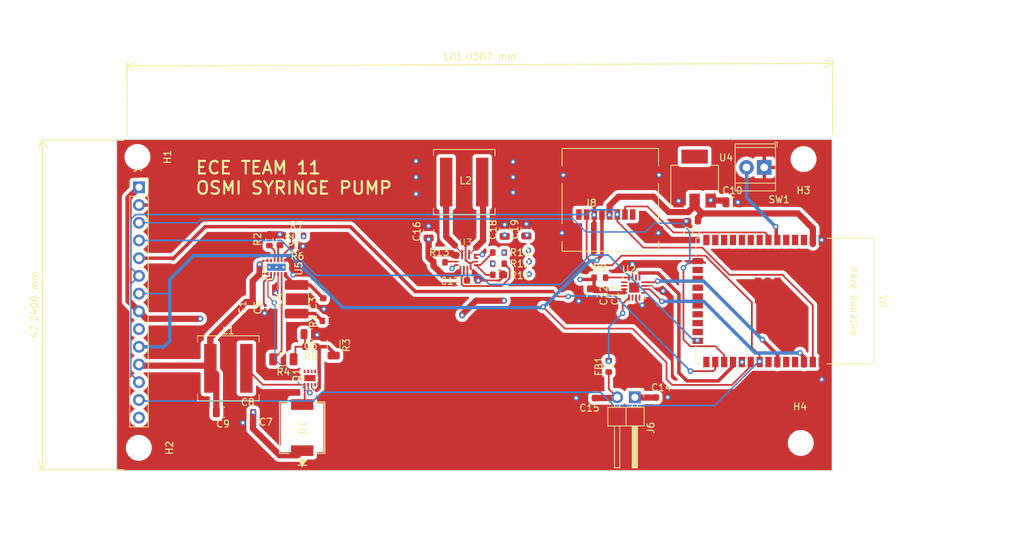
<source format=kicad_pcb>
(kicad_pcb (version 20221018) (generator pcbnew)
  (layers (0 "F.Cu" mixed) (1 "In1.Cu" power) (2 "In2.Cu" power) (31 "B.Cu" signal) (34 "B.Paste" user) (35 "F.Paste" user) (36 "B.SilkS" user "B.Silkscreen") (37 "F.SilkS" user "F.Silkscreen") (38 "B.Mask" user) (39 "F.Mask" user) (44 "Edge.Cuts" user))
  (net 0 "")
  (net 1 "GND")
  (net 2 "+5V")
  (net 3 "Net-(U5-SS)")
  (net 4 "Net-(U5-COMP)")
  (net 5 "Net-(C4-Pad1)")
  (net 6 "Net-(U5-VCC)")
  (net 7 "Net-(C6-Pad2)")
  (net 8 "+12V")
  (net 9 "Net-(J6-Pin_1)")
  (net 10 "Net-(J6-Pin_2)")
  (net 11 "/Power/V_in")
  (net 12 "Net-(U3-VAUX)")
  (net 13 "Net-(D1-A)")
  (net 14 "Net-(U2-OUTP)")
  (net 15 "Net-(U2-OUTN)")
  (net 16 "+3.3V")
  (net 17 "/JTAG_TMS")
  (net 18 "/JTAG_TCK")
  (net 19 "/JTAG_TDO")
  (net 20 "/JTAG_TDI")
  (net 21 "/SCLK")
  (net 22 "/CIPO")
  (net 23 "/COPI")
  (net 24 "/C1_PWM")
  (net 25 "/C1_CS")
  (net 26 "/IO33")
  (net 27 "/IO32")
  (net 28 "/C1_Limit")
  (net 32 "/SD_CS")
  (net 33 "/ESP_EN")
  (net 35 "Net-(U3-L1)")
  (net 36 "Net-(U3-L2)")
  (net 37 "Net-(Q1-G)")
  (net 38 "Net-(Q1-S)")
  (net 39 "Net-(U5-RT)")
  (net 40 "Net-(U5-CS)")
  (net 41 "Net-(U5-FB)")
  (net 42 "Net-(U3-FB)")
  (net 43 "/ESTOP")
  (net 44 "/ESP_IO0_B")
  (net 45 "/TXD")
  (net 46 "/RXD")
  (net 49 "/Display_RST")
  (net 50 "/Display_DC")
  (net 51 "/Display_CS")
  (net 52 "/IO17")
  (net 53 "/IO21")
  (net 54 "/IO22")
  (net 56 "Net-(U3-PG)")
  (net 57 "Net-(U3-EN)")
  (net 59 "/SD_MODE")
  (footprint "Resistor_SMD:R_0603_1608Metric" (layer "F.Cu") (at 110.9 105 180)
    (fp_text reference "R1")
    (fp_text value "3.3k")
  )
  (footprint "MountingHole:MountingHole_3.2mm_M3" (layer "F.Cu") (at 178.6 122.5)
    (fp_text reference "H4")
    (fp_text value "MountingHole")
  )
  (footprint "Capacitor_SMD:C_0603_1608Metric" (layer "F.Cu") (at 99.4 118.1)
    (fp_text reference "C8")
    (fp_text value "1uF")
  )
  (footprint "Capacitor_SMD:C_0603_1608Metric" (layer "F.Cu") (at 131.575 99.2)
    (fp_text reference "C17")
    (fp_text value "100nF")
  )
  (footprint "Inductor_SMD:L_Coilcraft_XAL8050-223" (layer "F.Cu") (at 96.62 111.8)
    (fp_text reference "L1")
    (fp_text value "2.2uH")
  )
  (footprint "Resistor_SMD:R_0603_1608Metric" (layer "F.Cu") (at 135.3 96.8)
    (fp_text reference "R12")
    (fp_text value "100k")
  )
  (footprint "Resistor_SMD:R_0603_1608Metric" (layer "F.Cu") (at 108.425 108.7 180)
    (fp_text reference "R5")
    (fp_text value "100")
  )
  (footprint "Capacitor_SMD:C_0603_1608Metric" (layer "F.Cu") (at 110.2 102.525 90)
    (fp_text reference "C3")
    (fp_text value "6.8nF")
  )
  (footprint "Capacitor_SMD:C_0603_1608Metric" (layer "F.Cu") (at 99.375 119.6)
    (fp_text reference "C7")
    (fp_text value "22uF")
  )
  (footprint "Package_DFN_QFN:QFN-16-1EP_3x3mm_P0.5mm_EP1.45x1.45mm" (layer "F.Cu") (at 154.75 100.219746 -90)
    (fp_text reference "U2")
    (fp_text value "~")
  )
  (footprint "Package_TO_SOT_SMD:SOT-223" (layer "F.Cu") (at 163.4 84.6 90)
    (fp_text reference "U4")
    (fp_text value "AMS1117-3.3")
  )
  (footprint "Connector_Card:microSD_HC_Molex_47219-2001" (layer "F.Cu") (at 151.325 87.65 180)
    (fp_text reference "J8")
    (fp_text value "Micro_SD_Card")
  )
  (footprint "SL42_E3_57T:CR_2-E3&slash_57T_VIS" (layer "F.Cu") (at 107.2 120.3 90)
    (fp_text reference "D1")
    (fp_text value "D_Schottky")
  )
  (footprint "Inductor_SMD:L_Coilcraft_XAL8050-223" (layer "F.Cu") (at 130.4 85.1)
    (fp_text reference "L2")
    (fp_text value "L")
  )
  (footprint "Connector_PinSocket_2.54mm:PinSocket_1x14_P2.54mm_Vertical" (layer "F.Cu") (at 83.82 85.852)
    (fp_text reference "J7")
    (fp_text value "Display Socket")
  )
  (footprint "Capacitor_SMD:C_0805_2012Metric" (layer "F.Cu") (at 136.2 91.925 90)
    (fp_text reference "C18")
    (fp_text value "10uF")
  )
  (footprint "Connector_PinHeader_2.54mm:PinHeader_1x02_P2.54mm_Horizontal" (layer "F.Cu") (at 154.84 115.957246 -90)
    (fp_text reference "J6")
    (fp_text value "Conn_01x02_Pin")
  )
  (footprint "Capacitor_SMD:C_0603_1608Metric" (layer "F.Cu") (at 150.6 101.332246 -90)
    (fp_text reference "C13")
    (fp_text value "0.1uF")
  )
  (footprint "Resistor_SMD:R_0603_1608Metric" (layer "F.Cu") (at 106.575 92.8)
    (fp_text reference "R7")
    (fp_text value "27.4")
  )
  (footprint "Package_SON:WSON-8-1EP_2x2mm_P0.5mm_EP0.9x1.6mm" (layer "F.Cu") (at 108.3 113.2 90)
    (fp_text reference "Q1")
    (fp_text value "NMOS")
  )
  (footprint "Capacitor_SMD:C_0603_1608Metric" (layer "F.Cu") (at 100.1 103.075 90)
    (fp_text reference "C1")
    (fp_text value "100nF")
  )
  (footprint "Resistor_SMD:R_0603_1608Metric" (layer "F.Cu") (at 151.1 111.5 90)
    (fp_text reference "FB1")
    (fp_text value "FerriteBead")
  )
  (footprint "Resistor_SMD:R_0603_1608Metric" (layer "F.Cu") (at 135.325 98.4)
    (fp_text reference "R11")
    (fp_text value "100k")
  )
  (footprint "TerminalBlock_TE-Connectivity:TerminalBlock_TE_282834-2_1x02_P2.54mm_Horizontal" (layer "F.Cu") (at 173.37 83 180)
    (fp_text reference "SW1")
    (fp_text value "SW_Push")
  )
  (footprint "Resistor_SMD:R_0603_1608Metric" (layer "F.Cu") (at 102.5 93.375 -90)
    (fp_text reference "R2")
    (fp_text value "21k")
  )
  (footprint "Resistor_SMD:R_0603_1608Metric" (layer "F.Cu") (at 106.525 94.3 180)
    (fp_text reference "R6")
    (fp_text value "2.49k")
  )
  (footprint "Resistor_SMD:R_1206_3216Metric" (layer "F.Cu") (at 111.7 108.5 -90)
    (fp_text reference "R3")
    (fp_text value "12m")
  )
  (footprint "Capacitor_SMD:C_0805_2012Metric" (layer "F.Cu") (at 108.4 106.9 180)
    (fp_text reference "C6")
    (fp_text value "1nF")
  )
  (footprint "Capacitor_SMD:C_0603_1608Metric" (layer "F.Cu") (at 148.34 116.057246 180)
    (fp_text reference "C15")
    (fp_text value "220pF")
  )
  (footprint "Resistor_SMD:R_0603_1608Metric" (layer "F.Cu") (at 149.825 98.8)
    (fp_text reference "R8")
    (fp_text value "370k")
  )
  (footprint "Capacitor_SMD:C_0201_0603Metric" (layer "F.Cu") (at 101.9 103.1 90)
    (fp_text reference "C5")
    (fp_text value "1uF")
  )
  (footprint "MountingHole:MountingHole_3.2mm_M3" (layer "F.Cu") (at 179 81.8)
    (fp_text reference "H3")
    (fp_text value "MountingHole")
  )
  (footprint "Capacitor_SMD:C_0603_1608Metric" (layer "F.Cu") (at 104 93.375 -90)
    (fp_text reference "C2")
    (fp_text value "100nF")
  )
  (footprint "Resistor_SMD:R_0603_1608Metric" (layer "F.Cu") (at 126.825 96.6)
    (fp_text reference "R13")
    (fp_text value "10k")
  )
  (footprint "Package_SON:WSON-12-1EP_3x2mm_P0.5mm_EP1x2.65_ThermalVias" (layer "F.Cu") (at 103.5 97.3 90)
    (fp_text reference "U5")
    (fp_text value "~" hide)
  )
  (footprint "Capacitor_SMD:C_0603_1608Metric" (layer "F.Cu") (at 158.625 115.987246)
    (fp_text reference "C14")
    (fp_text value "220pF")
  )
  (footprint "Capacitor_SMD:C_0805_2012Metric" (layer "F.Cu") (at 148.7 101.357246 -90)
    (fp_text reference "C12")
    (fp_text value "10uF")
  )
  (footprint "Resistor_SMD:R_0603_1608Metric" (layer "F.Cu") (at 135.325 95.2 180)
    (fp_text reference "R10")
    (fp_text value "523k")
  )
  (footprint "Resistor_SMD:R_1206_3216Metric" (layer "F.Cu") (at 104.5 110.5 180)
    (fp_text reference "R4")
    (fp_text value "487")
  )
  (footprint "Capacitor_SMD:C_0603_1608Metric" (layer "F.Cu") (at 163.1 90.7 180)
    (fp_text reference "C11")
    (fp_text value "22uF")
  )
  (footprint "Capacitor_SMD:C_0805_2012Metric" (layer "F.Cu") (at 95.85 118.1 180)
    (fp_text reference "C9")
    (fp_text value "10uF")
  )
  (footprint "Capacitor_SMD:C_0805_2012Metric" (layer "F.Cu") (at 125.3 92.175 90)
    (fp_text reference "C16")
    (fp_text value "10uF")
  )
  (footprint "Capacitor_SMD:C_0805_2012Metric" (layer "F.Cu") (at 168.825 88)
    (fp_text reference "C10")
    (fp_text value "10uF")
  )
  (footprint "MountingHole:MountingHole_3.2mm_M3" (layer "F.Cu") (at 83.8 123.2)
    (fp_text reference "H2")
    (fp_text value "MountingHole")
  )
  (footprint "OSMI-parts:VQFN-15-1EP-2.5x3mm_P0.5mm" (layer "F.Cu") (at 130.6 96.25 90)
    (fp_text reference "U3")
    (fp_text value "~")
  )
  (footprint "Capacitor_SMD:C_0805_2012Metric" (layer "F.Cu") (at 139.3 91.875 90)
    (fp_text reference "C19")
    (fp_text value "47uF")
  )
  (footprint "PCM_Espressif:ESP32-WROOM-32E" (layer "F.Cu") (at 174.59 102.15 -90)
    (fp_text reference "U1")
    (fp_text value "ESP32-WROOM-E")
  )
  (footprint "MountingHole:MountingHole_3.2mm_M3" (layer "F.Cu") (at 83.6 81.5)
    (fp_text reference "H1")
    (fp_text value "MountingHole")
  )
  (footprint "Capacitor_SMD:C_1812_4532Metric" (layer "F.Cu") (at 106.4 101.9 90)
    (fp_text reference "C4")
    (fp_text value "15nF")
  )
  (gr_rect (start 80.63 79) (end 183.07 126.44) (stroke (width 0.1)) (fill none) (layer "Edge.Cuts"))
  (gr_text "ECE TEAM 11 \nOSMI SYRINGE PUMP" (at 91.8 87) (layer "F.SilkS") (effects (font (size 1.8 1.8) (thickness 0.3)) (justify left bottom)))
  (dimension (type aligned) (layer "F.SilkS") (pts (xy 82.13 79.1) (xy 183.16 78.73)) (height -10.642682) (gr_text "101.0307 mm" (at 132.601812 67.122397 0.2098321651) (layer "F.SilkS") (effects (font (size 1 1) (thickness 0.15)))) (format (prefix "") (suffix "") (units 3) (units_format 1) (precision 4)) (style (thickness 0.15) (arrow_length 1.27) (text_position_mode 0) (extension_height 0.58642) (extension_offset 0.5) keep_text_aligned))
  (dimension (type aligned) (layer "F.SilkS") (pts (xy 82.13 79.1) (xy 82.13 126.34)) (height 12.13) (gr_text "47.2400 mm" (at 68.85 102.72 90) (layer "F.SilkS") (effects (font (size 1 1) (thickness 0.15)))) (format (prefix "") (suffix "") (units 3) (units_format 1) (precision 4)) (style (thickness 0.15) (arrow_length 1.27) (text_position_mode 0) (extension_height 0.58642) (extension_offset 0.5) keep_text_aligned))
  (segment (start 97.115 118.1) (end 97.015 118) (width 0.9) (layer "F.Cu") (net 1))
  (segment (start 98.625 118.1) (end 97.115 118.1) (width 0.9) (layer "F.Cu") (net 1))
  (segment (start 131.3 96.7) (end 131.5 96.7) (width 0.25) (layer "F.Cu") (net 1))
  (segment (start 130.6 95.65) (end 130.6 91.1) (width 0.25) (layer "F.Cu") (net 1))
  (segment (start 155.614492 102.757246) (end 155.9 102.757246) (width 0.25) (layer "F.Cu") (net 1))
  (segment (start 158.9 100.7) (end 158 100.7) (width 0.15) (layer "F.Cu") (net 1))
  (segment (start 111.725 104.725) (end 110.3 103.3) (width 0.5) (layer "F.Cu") (net 1))
  (segment (start 105.025 96.35) (end 105.9 97.225) (width 0.15) (layer "F.Cu") (net 1))
  (segment (start 129.138201 97) (end 128.662701 97.4755) (width 0.25) (layer "F.Cu") (net 1))
  (segment (start 154.5 98.782246) (end 154.5 96.8505) (width 0.15) (layer "F.Cu") (net 1))
  (segment (start 158 100.7) (end 157.269746 99.969746) (width 0.15) (layer "F.Cu") (net 1))
  (segment (start 110.9 107.1) (end 109.45 107.1) (width 0.5) (layer "F.Cu") (net 1))
  (segment (start 105.9 97.225) (end 105.9 98.4) (width 0.15) (layer "F.Cu") (net 1))
  (segment (start 149.125 102.107246) (end 149.1 102.132246) (width 0.9) (layer "F.Cu") (net 1))
  (segment (start 155 102.142754) (end 155.614492 102.757246) (width 0.25) (layer "F.Cu") (net 1))
  (segment (start 98.6 119.6) (end 98.6 118.125) (width 0.9) (layer "F.Cu") (net 1))
  (segment (start 101.85 103.85) (end 101.875 103.85) (width 0.25) (layer "F.Cu") (net 1))
  (segment (start 100.1 103.85) (end 101.75 103.85) (width 0.9) (layer "F.Cu") (net 1))
  (segment (start 98.6 118.125) (end 98.625 118.1) (width 0.9) (layer "F.Cu") (net 1))
  (segment (start 155 101.657246) (end 155 102.142754) (width 0.25) (layer "F.Cu") (net 1))
  (segment (start 101.75 103.85) (end 101.8 103.9) (width 0.9) (layer "F.Cu") (net 1))
  (segment (start 132.4 99.2) (end 135.35 99.2) (width 0.25) (layer "F.Cu") (net 1))
  (segment (start 149.1 102.132246) (end 146.825 102.132246) (width 0.5) (layer "F.Cu") (net 1))
  (segment (start 131.7 96.5) (end 132.1 96.5) (width 0.25) (layer "F.Cu") (net 1))
  (segment (start 157.269746 99.969746) (end 156.1875 99.969746) (width 0.15) (layer "F.Cu") (net 1))
  (segment (start 150.6 102.107246) (end 149.125 102.107246) (width 0.9) (layer "F.Cu") (net 1))
  (segment (start 101.8 103.9) (end 101.85 103.85) (width 0.25) (layer "F.Cu") (net 1))
  (segment (start 101.9 103.8) (end 101.8 103.9) (width 0.25) (layer "F.Cu") (net 1))
  (segment (start 181.61 113.39) (end 181.6 113.4) (width 0.25) (layer "F.Cu") (net 1))
  (segment (start 104 92.6) (end 102.55 92.6) (width 0.9) (layer "F.Cu") (net 1))
  (segment (start 104.75 96.35) (end 105.025 96.35) (width 0.15) (layer "F.Cu") (net 1))
  (segment (start 103.75 98.25) (end 103.75 100.65) (width 0.15) (layer "F.Cu") (net 1))
  (segment (start 103.75 100.65) (end 103.4 101) (width 0.15) (layer "F.Cu") (net 1))
  (segment (start 131.5 96.7) (end 131.7 96.5) (width 0.25) (layer "F.Cu") (net 1))
  (segment (start 111.725 105) (end 111.725 104.725) (width 0.5) (layer "F.Cu") (net 1))
  (segment (start 181.61 111.48) (end 181.61 113.39) (width 0.25) (layer "F.Cu") (net 1))
  (segment (start 101.9 103.42) (end 101.9 103.8) (width 0.25) (layer "F.Cu") (net 1))
  (segment (start 130.6 96.249534) (end 131.050466 96.7) (width 0.25) (layer "F.Cu") (net 1))
  (segment (start 146.825 102.132246) (end 146.8 102.157246) (width 0.5) (layer "F.Cu") (net 1))
  (segment (start 101.875 103.85) (end 101.9 103.875) (width 0.25) (layer "F.Cu") (net 1))
  (segment (start 102.55 92.6) (end 102.5 92.55) (width 0.9) (layer "F.Cu") (net 1))
  (segment (start 131.050466 96.7) (end 131.3 96.7) (width 0.25) (layer "F.Cu") (net 1))
  (segment (start 131.3 96.7) (end 131.3 97.35) (width 0.25) (layer "F.Cu") (net 1))
  (segment (start 147.24 116.057246) (end 146.44 116.057246) (width 0.25) (layer "F.Cu") (net 1))
  (segment (start 131.3 97.35) (end 131.35 97.4) (width 0.25) (layer "F.Cu") (net 1))
  (segment (start 135.35 99.2) (end 136.15 98.4) (width 0.25) (layer "F.Cu") (net 1))
  (via (at 162.2 90.7) (size 0.8) (drill 0.4) (layers "F.Cu" "B.Cu") (net 1))
  (via (at 158.2 92.4) (size 0.8) (drill 0.4) (layers "F.Cu" "B.Cu") (net 1))
  (via (at 123.5 86.8) (size 0.8) (drill 0.4) (layers "F.Cu" "B.Cu") (net 1))
  (via (at 136.2 91.2) (size 0.8) (drill 0.4) (layers "F.Cu" "B.Cu") (net 1))
  (via (at 137.4 84.4) (size 0.8) (drill 0.4) (layers "F.Cu" "B.Cu") (net 1))
  (via (at 123.5 82.1) (size 0.8) (drill 0.4) (layers "F.Cu" "B.Cu") (net 1))
  (via (at 149 89.8) (size 0.8) (drill 0.4) (layers "F.Cu" "B.Cu") (net 1))
  (via (at 155.9 102.757246) (size 0.8) (drill 0.4) (layers "F.Cu" "B.Cu") (net 1))
  (via (at 128.662701 97.4755) (size 0.8) (drill 0.4) (layers "F.Cu" "B.Cu") (net 1))
  (via (at 110.3 103.3) (size 0.8) (drill 0.4) (layers "F.Cu" "B.Cu") (net 1))
  (via (at 181.6 113.4) (size 0.8) (drill 0.4) (layers "F.Cu" "B.Cu") (net 1))
  (via (at 158.3 84.1) (size 0.8) (drill 0.4) (layers "F.Cu" "B.Cu") (net 1))
  (via (at 123.5 84.4) (size 0.8) (drill 0.4) (layers "F.Cu" "B.Cu") (net 1))
  (via (at 146.44 116.057246) (size 0.8) (drill 0.4) (layers "F.Cu" "B.Cu") (net 1))
  (via (at 181.6 93.4) (size 0.8) (drill 0.4) (layers "F.Cu" "B.Cu") (net 1))
  (via (at 144.6 84.1) (size 0.8) (drill 0.4) (layers "F.Cu" "B.Cu") (net 1))
  (via (at 146.8 102.157246) (size 0.8) (drill 0.4) (layers "F.Cu" "B.Cu") (net 1))
  (via (at 125.3 91.4) (size 0.8) (drill 0.4) (layers "F.Cu" "B.Cu") (net 1))
  (via (at 101.8 103.9) (size 0.8) (drill 0.4) (layers "F.Cu" "B.Cu") (net 1))
  (via (at 161.1 87.8) (size 0.8) (drill 0.4) (layers "F.Cu" "B.Cu") (net 1))
  (via (at 104 92.6) (size 0.8) (drill 0.4) (layers "F.Cu" "B.Cu") (net 1))
  (via (at 137.4 82.2) (size 0.8) (drill 0.4) (layers "F.Cu" "B.Cu") (net 1))
  (via (at 109.35 107) (size 0.8) (drill 0.4) (layers "F.Cu" "B.Cu") (net 1))
  (via (at 154.5 96.8505) (size 0.8) (drill 0.4) (layers "F.Cu" "B.Cu") (net 1))
  (via (at 169.6 88) (size 0.8) (drill 0.4) (layers "F.Cu" "B.Cu") (net 1))
  (via (at 137.4 86.6) (size 0.8) (drill 0.4) (layers "F.Cu" "B.Cu") (net 1))
  (via (at 158.9 100.7) (size 0.8) (drill 0.4) (layers "F.Cu" "B.Cu") (net 1))
  (via (at 105.9 98.4) (size 0.8) (drill 0.4) (layers "F.Cu" "B.Cu") (net 1))
  (via (at 103.4 101) (size 0.8) (drill 0.4) (layers "F.Cu" "B.Cu") (net 1))
  (via (at 144.4 92.4) (size 0.8) (drill 0.4) (layers "F.Cu" "B.Cu") (net 1))
  (via (at 159.5575 115.957246) (size 0.8) (drill 0.4) (layers "F.Cu" "B.Cu") (net 1))
  (via (at 139.3 91.1) (size 0.8) (drill 0.4) (layers "F.Cu" "B.Cu") (net 1))
  (via (at 107.3 94.3) (size 0.8) (drill 0.4) (layers "F.Cu" "B.Cu") (net 1))
  (via (at 132.4 99.2) (size 0.8) (drill 0.4) (layers "F.Cu" "B.Cu") (net 1))
  (via (at 98.7 119.6) (size 0.8) (drill 0.4) (layers "F.Cu" "B.Cu") (net 1))
  (segment (start 131.9 95.7) (end 132.1 95.5) (width 0.25) (layer "F.Cu") (net 2))
  (segment (start 167.625 87.75) (end 167.875 88) (width 0.9) (layer "F.Cu") (net 2))
  (segment (start 165.7 87.75) (end 167.625 87.75) (width 0.9) (layer "F.Cu") (net 2))
  (segment (start 153.3125 100.969746) (end 151.0125 100.969746) (width 0.5) (layer "F.Cu") (net 2))
  (segment (start 148.742754 99.057246) (end 149 98.8) (width 0.5) (layer "F.Cu") (net 2))
  (segment (start 147 99.057246) (end 148.742754 99.057246) (width 0.5) (layer "F.Cu") (net 2))
  (segment (start 132.1 95.5) (end 133 95.5) (width 0.25) (layer "F.Cu") (net 2))
  (segment (start 149 98.8) (end 149 100.482246) (width 0.5) (layer "F.Cu") (net 2))
  (segment (start 131.9 95.8) (end 131.9 95.7) (width 0.25) (layer "F.Cu") (net 2))
  (segment (start 149.1 100.582246) (end 150.575 100.582246) (width 0.9) (layer "F.Cu") (net 2))
  (segment (start 153.3125 100.969746) (end 153.3125 100.544746) (width 0.5) (layer "F.Cu") (net 2))
  (segment (start 150.575 100.582246) (end 150.6 100.557246) (width 0.9) (layer "F.Cu") (net 2))
  (segment (start 132.1 96) (end 131.9 95.8) (width 0.25) (layer "F.Cu") (net 2))
  (segment (start 151.0125 100.969746) (end 150.6 100.557246) (width 0.5) (layer "F.Cu") (net 2))
  (via (at 139.7 98.3) (size 0.8) (drill 0.4) (layers "F.Cu" "B.Cu") (net 2))
  (via (at 139.6 94.9) (size 0.8) (drill 0.4) (layers "F.Cu" "B.Cu") (net 2))
  (via (at 136.2 92.7) (size 0.8) (drill 0.4) (layers "F.Cu" "B.Cu") (net 2))
  (via (at 136.1 95.2) (size 0.8) (drill 0.4) (layers "F.Cu" "B.Cu") (net 2))
  (via (at 134.5 96.8) (size 0.8) (drill 0.4) (layers "F.Cu" "B.Cu") (net 2))
  (via (at 147 99.057246) (size 0.8) (drill 0.4) (layers "F.Cu" "B.Cu") (net 2))
  (via (at 139.7 96.5) (size 0.8) (drill 0.4) (layers "F.Cu" "B.Cu") (net 2))
  (via (at 139.4 92.7) (size 0.8) (drill 0.4) (layers "F.Cu" "B.Cu") (net 2))
  (via (at 133 95.5) (size 0.8) (drill 0.4) (layers "F.Cu" "B.Cu") (net 2))
  (via (at 165.7 87.7) (size 0.8) (drill 0.4) (layers "F.Cu" "B.Cu") (net 2))
  (segment (start 103.75 94.4) (end 103.75 96.35) (width 0.25) (layer "F.Cu") (net 3))
  (segment (start 106.147918 99.85) (end 104.825 98.527082) (width 0.5) (layer "F.Cu") (net 4))
  (segment (start 108.3 99.85) (end 110.2 101.75) (width 0.5) (layer "F.Cu") (net 4))
  (segment (start 106.4 99.85) (end 108.3 99.85) (width 0.5) (layer "F.Cu") (net 4))
  (segment (start 104.825 98.527082) (end 104.825 98.25) (width 0.5) (layer "F.Cu") (net 4))
  (segment (start 106.4 103.95) (end 109.025 103.95) (width 0.5) (layer "F.Cu") (net 5))
  (segment (start 109.025 103.95) (end 110.075 105) (width 0.5) (layer "F.Cu") (net 5))
  (segment (start 101.7 99.4) (end 102.275 98.825) (width 0.25) (layer "F.Cu") (net 6))
  (segment (start 102.7 98.825) (end 102.75 98.775) (width 0.25) (layer "F.Cu") (net 6))
  (segment (start 101.7 102.58) (end 101.7 99.4) (width 0.25) (layer "F.Cu") (net 6))
  (segment (start 101.9 102.78) (end 101.7 102.58) (width 0.25) (layer "F.Cu") (net 6))
  (segment (start 102.75 98.775) (end 102.75 98.25) (width 0.25) (layer "F.Cu") (net 6))
  (segment (start 102.275 98.825) (end 102.7 98.825) (width 0.25) (layer "F.Cu") (net 6))
  (segment (start 106.225 108.7) (end 106.225 110.2375) (width 0.25) (layer "F.Cu") (net 7))
  (segment (start 106.225 108.7) (end 107.6 108.7) (width 0.25) (layer "F.Cu") (net 7))
  (segment (start 107.6 108.7) (end 107.6 107.1) (width 0.25) (layer "F.Cu") (net 7))
  (segment (start 157.3325 115.987246) (end 154.87 115.987246) (width 0.9) (layer "F.Cu") (net 9))
  (segment (start 151.1 114.757246) (end 152.3 115.957246) (width 0.25) (layer "F.Cu") (net 10))
  (segment (start 151.1 112.325) (end 151.1 114.757246) (width 0.25) (layer "F.Cu") (net 10))
  (segment (start 149.115 116.057246) (end 152.2 116.057246) (width 0.9) (layer "F.Cu") (net 10))
  (segment (start 94.9 117.435) (end 94.9 112.66) (width 0.9) (layer "F.Cu") (net 11))
  (segment (start 101.1 96.9) (end 101.1 98.3) (width 0.9) (layer "F.Cu") (net 11))
  (segment (start 84.3 111.42) (end 93.66 111.42) (width 0.9) (layer "F.Cu") (net 11))
  (segment (start 125.3 93.3) (end 125.3 95.3) (width 0.9) (layer "F.Cu") (net 11))
  (segment (start 94.04 111.8) (end 94.04 107.4) (width 0.9) (layer "F.Cu") (net 11))
  (segment (start 100.175 119.575) (end 100.15 119.6) (width 0.9) (layer "F.Cu") (net 11))
  (segment (start 102.25 98.25) (end 101.15 98.25) (width 0.25) (layer "F.Cu") (net 11))
  (segment (start 129.85 97.773126) (end 129.575 98.048126) (width 0.25) (layer "F.Cu") (net 11))
  (segment (start 125.3 93.125) (end 125.3 93.3) (width 0.9) (layer "F.Cu") (net 11))
  (segment (start 101.65 96.35) (end 102.25 96.35) (width 0.25) (layer "F.Cu") (net 11))
  (segment (start 100.1 102.3) (end 100.1 99.3) (width 0.9) (layer "F.Cu") (net 11))
  (segment (start 129.85 97.4) (end 129.85 97.773126) (width 0.25) (layer "F.Cu") (net 11))
  (segment (start 129.5 95.8) (end 129.3 96) (width 0.25) (layer "F.Cu") (net 11))
  (segment (start 94.9 112.66) (end 94.04 111.8) (width 0.9) (layer "F.Cu") (net 11))
  (segment (start 84.2 111.32) (end 84.3 111.42) (width 0.9) (layer "F.Cu") (net 11))
  (segment (start 127.4255 98.5255) (end 129.097626 98.5255) (width 0.9) (layer "F.Cu") (net 11))
  (segment (start 100.1 99.3) (end 101.1 98.3) (width 0.9) (layer "F.Cu") (net 11))
  (segment (start 129.3 95.5) (end 129.5 95.7) (width 0.25) (layer "F.Cu") (net 11))
  (segment (start 126 96.6) (end 126 97.1) (width 0.9) (layer "F.Cu") (net 11))
  (segment (start 125.3 95.3) (end 125.3 95.9) (width 0.9) (layer "F.Cu") (net 11))
  (segment (start 129.097626 98.5255) (end 129.575 98.048126) (width 0.9) (layer "F.Cu") (net 11))
  (segment (start 125.3 95.3) (end 128.615075 95.3) (width 0.9) (layer "F.Cu") (net 11))
  (segment (start 101.15 98.25) (end 101.1 98.3) (width 0.25) (layer "F.Cu") (net 11))
  (segment (start 100.15 119.6) (end 100.15 120.452296) (width 0.9) (layer "F.Cu") (net 11))
  (segment (start 106.5498 124.2552) (end 107.2 123.605) (width 0.9) (layer "F.Cu") (net 11))
  (segment (start 101.1 96.9) (end 101.65 96.35) (width 0.25) (layer "F.Cu") (net 11))
  (segment (start 126 97.1) (end 127.4255 98.5255) (width 0.9) (layer "F.Cu") (net 11))
  (segment (start 103.952904 124.2552) (end 106.5498 124.2552) (width 0.9) (layer "F.Cu") (net 11))
  (segment (start 100.175 118.1) (end 100.175 119.575) (width 0.9) (layer "F.Cu") (net 11))
  (segment (start 94.04 107.4) (end 99.14 102.3) (width 0.9) (layer "F.Cu") (net 11))
  (segment (start 128.865075 95.55) (end 129.3 95.55) (width 0.9) (layer "F.Cu") (net 11))
  (segment (start 129.5 95.7) (end 129.5 95.8) (width 0.25) (layer "F.Cu") (net 11))
  (segment (start 128.615075 95.3) (end 128.865075 95.55) (width 0.9) (layer "F.Cu") (net 11))
  (segment (start 100.15 120.452296) (end 103.952904 124.2552) (width 0.9) (layer "F.Cu") (net 11))
  (segment (start 125.3 95.9) (end 126 96.6) (width 0.9) (layer "F.Cu") (net 11))
  (segment (start 99.14 102.3) (end 100.1 102.3) (width 0.9) (layer "F.Cu") (net 11))
  (via (at 170.2 110.9) (size 0.8) (drill 0.4) (layers "F.Cu" "B.Cu") (net 11))
  (via (at 125.3 93.3) (size 0.8) (drill 0.4) (layers "F.Cu" "B.Cu") (net 11))
  (via (at 101.1 96.9) (size 0.8) (drill 0.4) (layers "F.Cu" "B.Cu") (net 11))
  (via (at 100.2 118.1) (size 0.8) (drill 0.4) (layers "F.Cu" "B.Cu") (net 11))
  (via (at 107.4 92.9) (size 0.8) (drill 0.4) (layers "F.Cu" "B.Cu") (net 11))
  (segment (start 130.85 97.4) (end 130.85 99.15) (width 0.25) (layer "F.Cu") (net 12))
  (segment (start 101.55 114.15) (end 99.2 111.8) (width 0.25) (layer "F.Cu") (net 13))
  (segment (start 107.55 114.15) (end 107.55 116.645) (width 0.25) (layer "F.Cu") (net 13))
  (segment (start 107.55 114.15) (end 101.55 114.15) (width 0.25) (layer "F.Cu") (net 13))
  (segment (start 153.1 103.9) (end 153.1 102.557246) (width 0.25) (layer "F.Cu") (net 14))
  (segment (start 153.1 102.557246) (end 154 101.657246) (width 0.25) (layer "F.Cu") (net 14))
  (via (at 153.1 103.9) (size 0.8) (drill 0.4) (layers "F.Cu" "B.Cu") (net 14))
  (via (at 151.1 110.8) (size 0.8) (drill 0.4) (layers "F.Cu" "B.Cu") (net 14))
  (segment (start 151.1 110.8) (end 151.1 105.9) (width 0.25) (layer "B.Cu") (net 14))
  (segment (start 151.1 105.9) (end 153.1 103.9) (width 0.25) (layer "B.Cu") (net 14))
  (segment (start 163.875 90.225) (end 164.5 89.6) (width 0.9) (layer "F.Cu") (net 16))
  (segment (start 164.5 89.6) (end 178.2 89.6) (width 0.9) (layer "F.Cu") (net 16))
  (segment (start 178.2 89.6) (end 180.34 91.74) (width 0.9) (layer "F.Cu") (net 16))
  (segment (start 151.23 88.47) (end 152.4 87.3) (width 0.9) (layer "F.Cu") (net 16))
  (segment (start 163.4 88.5) (end 164.5 89.6) (width 0.9) (layer "F.Cu") (net 16))
  (segment (start 151.23 89.75) (end 151.2 89.8) (width 0.9) (layer "F.Cu") (net 16))
  (segment (start 152.5 87.2) (end 157.5 87.2) (width 0.9) (layer "F.Cu") (net 16))
  (segment (start 136.1 102.1) (end 132.1 102.1) (width 0.9) (layer "F.Cu") (net 16))
  (segment (start 130.1 104.1) (end 130.1 104.2) (width 0.9) (layer "F.Cu") (net 16))
  (segment (start 152.5 87.3) (end 152.5 87.2) (width 0.9) (layer "F.Cu") (net 16))
  (segment (start 151.2 89.8) (end 151.23 88.47) (width 0.9) (layer "F.Cu") (net 16))
  (segment (start 152.4 87.3) (end 152.5 87.3) (width 0.9) (layer "F.Cu") (net 16))
  (segment (start 159.7 89.4) (end 162.5 89.4) (width 0.9) (layer "F.Cu") (net 16))
  (segment (start 163.875 90.7) (end 163.875 90.225) (width 0.9) (layer "F.Cu") (net 16))
  (segment (start 83.82 103.632) (end 84.888 104.7) (width 0.9) (layer "F.Cu") (net 16))
  (segment (start 180.34 91.74) (end 180.34 93.98) (width 0.9) (layer "F.Cu") (net 16))
  (segment (start 157.5 87.2) (end 159.7 89.4) (width 0.9) (layer "F.Cu") (net 16))
  (segment (start 163.4 87.75) (end 163.4 88.5) (width 0.9) (layer "F.Cu") (net 16))
  (segment (start 82.32 102.132) (end 82.32 87.352) (width 0.9) (layer "F.Cu") (net 16))
  (segment (start 82.32 87.352) (end 83.82 85.852) (width 0.9) (layer "F.Cu") (net 16))
  (segment (start 132.1 102.1) (end 130.1 104.1) (width 0.9) (layer "F.Cu") (net 16))
  (segment (start 162.5 89.4) (end 163.4 88.5) (width 0.9) (layer "F.Cu") (net 16))
  (segment (start 84.888 104.7) (end 92.6 104.7) (width 0.9) (layer "F.Cu") (net 16))
  (segment (start 83.82 103.632) (end 82.32 102.132) (width 0.9) (layer "F.Cu") (net 16))
  (via (at 92.6 104.7) (size 0.8) (drill 0.4) (layers "F.Cu" "B.Cu") (net 16))
  (via (at 151.2 89.8) (size 0.8) (drill 0.4) (layers "F.Cu" "B.Cu") (net 16))
  (via (at 130.1 104.2) (size 0.8) (drill 0.4) (layers "F.Cu" "B.Cu") (net 16))
  (via (at 136.1 102.1) (size 0.8) (drill 0.4) (layers "F.Cu" "B.Cu") (net 16))
  (segment (start 149.4 96.3) (end 150.13 95.57) (width 0.5) (layer "F.Cu") (net 21))
  (segment (start 171.44 111.48) (end 168.745 114.175) (width 0.25) (layer "F.Cu") (net 21))
  (segment (start 154.49877 106.1) (end 144.8 106.1) (width 0.25) (layer "F.Cu") (net 21))
  (segment (start 168.745 114.175) (end 160.175 114.175) (width 0.25) (layer "F.Cu") (net 21))
  (segment (start 159.375 113.375) (end 159.375 110.97623) (width 0.25) (layer "F.Cu") (net 21))
  (segment (start 160.175 114.175) (end 159.375 113.375) (width 0.25) (layer "F.Cu") (net 21))
  (segment (start 159.375 110.97623) (end 154.49877 106.1) (width 0.25) (layer "F.Cu") (net 21))
  (segment (start 144.8 106.1) (end 141.7 103) (width 0.25) (layer "F.Cu") (net 21))
  (segment (start 150.13 95.57) (end 150.13 89.75) (width 0.5) (layer "F.Cu") (net 21))
  (via (at 149.4 96.3) (size 0.8) (drill 0.4) (layers "F.Cu" "B.Cu") (net 21))
  (via (at 141.7 103) (size 0.8) (drill 0.4) (layers "F.Cu" "B.Cu") (net 21))
  (segment (start 149.4 96.3) (end 149.3 96.4) (width 0.5) (layer "B.Cu") (net 21))
  (segment (start 88.25 99.15) (end 88.25 101.1) (width 0.5) (layer "B.Cu") (net 21))
  (segment (start 88.25 107.85) (end 87.3 108.8) (width 0.5) (layer "B.Cu") (net 21))
  (segment (start 87.2 108.8) (end 87.112 108.712) (width 0.5) (layer "B.Cu") (net 21))
  (segment (start 87.3 108.8) (end 87.2 108.8) (width 0.5) (layer "B.Cu") (net 21))
  (segment (start 141.7 103) (end 141.7 103.1) (width 0.5) (layer "B.Cu") (net 21))
  (segment (start 105.564949 95.65) (end 91.65 95.65) (width 0.5) (layer "B.Cu") (net 21))
  (segment (start 149.3 96.4) (end 148.4 96.4) (width 0.5) (layer "B.Cu") (net 21))
  (segment (start 88.25 101.1) (end 88.25 107.85) (width 0.5) (layer "B.Cu") (net 21))
  (segment (start 113.014949 103.1) (end 105.564949 95.65) (width 0.5) (layer "B.Cu") (net 21))
  (segment (start 148.4 96.4) (end 141.8 103) (width 0.5) (layer "B.Cu") (net 21))
  (segment (start 87.112 108.712) (end 83.82 108.712) (width 0.5) (layer "B.Cu") (net 21))
  (segment (start 88.2 99.1) (end 88.25 99.15) (width 0.5) (layer "B.Cu") (net 21))
  (segment (start 141.7 103.1) (end 113.014949 103.1) (width 0.5) (layer "B.Cu") (net 21))
  (segment (start 91.65 95.65) (end 88.2 99.1) (width 0.5) (layer "B.Cu") (net 21))
  (segment (start 88.242 101.092) (end 88.25 101.1) (width 0.25) (layer "B.Cu") (net 21))
  (segment (start 141.8 103) (end 141.7 103) (width 0.5) (layer "B.Cu") (net 21))
  (segment (start 83.82 101.092) (end 88.242 101.092) (width 0.25) (layer "B.Cu") (net 21))
  (segment (start 147.93 95.855305) (end 149.099695 97.025) (width 0.25) (layer "F.Cu") (net 22))
  (segment (start 152.934187 95.655) (end 164.915 95.655) (width 0.25) (layer "F.Cu") (net 22))
  (segment (start 171.6 102.34) (end 171.6 108.79) (width 0.25) (layer "F.Cu") (net 22))
  (segment (start 151.564187 97.025) (end 152.934187 95.655) (width 0.25) (layer "F.Cu") (net 22))
  (segment (start 147.93 89.75) (end 147.93 95.855305) (width 0.25) (layer "F.Cu") (net 22))
  (segment (start 149.099695 97.025) (end 151.564187 97.025) (width 0.25) (layer "F.Cu") (net 22))
  (segment (start 172.71 109.9) (end 172.71 110.79) (width 0.25) (layer "F.Cu") (net 22))
  (segment (start 164.915 95.655) (end 171.6 102.34) (width 0.25) (layer "F.Cu") (net 22))
  (segment (start 171.6 108.79) (end 172.71 109.9) (width 0.25) (layer "F.Cu") (net 22))
  (via (at 172.7 110.8) (size 0.8) (drill 0.4) (layers "F.Cu" "B.Cu") (net 22))
  (segment (start 149.913299 115.232246) (end 151.813299 117.132246) (width 0.25) (layer "B.Cu") (net 22))
  (segment (start 151.813299 117.132246) (end 166.267754 117.132246) (width 0.25) (layer "B.Cu") (net 22))
  (segment (start 110.029455 115.232246) (end 149.913299 115.232246) (width 0.25) (layer "B.Cu") (net 22))
  (segment (start 83.963 116.475) (end 108.786701 116.475) (width 0.25) (layer "B.Cu") (net 22))
  (segment (start 108.786701 116.475) (end 110.029455 115.232246) (width 0.25) (layer "B.Cu") (net 22))
  (segment (start 166.267754 117.132246) (end 172.7 110.7) (width 0.25) (layer "B.Cu") (net 22))
  (segment (start 168.4 98.4) (end 175.98 98.4) (width 0.25) (layer "F.Cu") (net 23))
  (segment (start 156.08 94.5) (end 164.5 94.5) (width 0.25) (layer "F.Cu") (net 23))
  (segment (start 164.5 94.5) (end 168.4 98.4) (width 0.25) (layer "F.Cu") (net 23))
  (segment (start 180.33 102.75) (end 180.33 110.9) (width 0.25) (layer "F.Cu") (net 23))
  (segment (start 152.33 90.75) (end 156.08 94.5) (width 0.25) (layer "F.Cu") (net 23))
  (segment (start 175.98 98.4) (end 180.33 102.75) (width 0.25) (layer "F.Cu") (net 23))
  (segment (start 152.33 89.75) (end 152.33 90.75) (width 0.25) (layer "F.Cu") (net 23))
  (via (at 152.33 89.75) (size 0.8) (drill 0.4) (layers "F.Cu" "B.Cu") (net 23))
  (segment (start 82.645 90.445299) (end 83.333299 89.757) (width 0.25) (layer "B.Cu") (net 23))
  (segment (start 82.645 97.377) (end 82.645 90.445299) (width 0.25) (layer "B.Cu") (net 23))
  (segment (start 83.82 113.792) (end 82.645 112.617) (width 0.25) (layer "B.Cu") (net 23))
  (segment (start 148.625 89.075) (end 151.875 89.075) (width 0.25) (layer "B.Cu") (net 23))
  (segment (start 151.875 89.075) (end 152.5 89.7) (width 0.25) (layer "B.Cu") (net 23))
  (segment (start 83.82 98.552) (end 82.645 97.377) (width 0.25) (layer "B.Cu") (net 23))
  (segment (start 82.645 99.727) (end 83.82 98.552) (width 0.25) (layer "B.Cu") (net 23))
  (segment (start 82.645 112.617) (end 82.645 99.727) (width 0.25) (layer "B.Cu") (net 23))
  (segment (start 147.943 89.757) (end 148.625 89.075) (width 0.25) (layer "B.Cu") (net 23))
  (segment (start 152.45 89.75) (end 152.33 89.75) (width 0.25) (layer "B.Cu") (net 23))
  (segment (start 152.5 89.7) (end 152.45 89.75) (width 0.25) (layer "B.Cu") (net 23))
  (segment (start 83.333299 89.757) (end 147.943 89.757) (width 0.25) (layer "B.Cu") (net 23))
  (segment (start 160.375 92.325) (end 156.65 88.6) (width 0.25) (layer "F.Cu") (net 32))
  (segment (start 173.98 92.82) (end 173.485 92.325) (width 0.25) (layer "F.Cu") (net 32))
  (segment (start 153.43 88.75) (end 153.43 89.75) (width 0.25) (layer "F.Cu") (net 32))
  (segment (start 153.58 88.6) (end 153.43 88.75) (width 0.25) (layer "F.Cu") (net 32))
  (segment (start 156.65 88.6) (end 153.58 88.6) (width 0.25) (layer "F.Cu") (net 32))
  (segment (start 160.375 92.325) (end 173.485 92.325) (width 0.25) (layer "F.Cu") (net 32))
  (segment (start 127.82 92.949291) (end 129.070709 94.2) (width 0.9) (layer "F.Cu") (net 35))
  (segment (start 130.1 95.3) (end 129.3 94.5) (width 0.15) (layer "F.Cu") (net 35))
  (segment (start 127.82 85.1) (end 127.82 92.949291) (width 0.9) (layer "F.Cu") (net 35))
  (segment (start 131.125 95.475) (end 132.1 94.5) (width 0.15) (layer "F.Cu") (net 36))
  (segment (start 133.1 93.5) (end 132.1 94.5) (width 0.9) (layer "F.Cu") (net 36))
  (segment (start 133.1 83.2) (end 133.1 93.5) (width 0.9) (layer "F.Cu") (net 36))
  (segment (start 108.05 115.05) (end 108.3 115.3) (width 0.15) (layer "F.Cu") (net 37))
  (segment (start 102.865686 99.225) (end 103.15 98.940685) (width 0.15) (layer "F.Cu") (net 37))
  (segment (start 102.3 101.5) (end 102.3 99.402082) (width 0.15) (layer "F.Cu") (net 37))
  (segment (start 103.2 102.4) (end 102.3 101.5) (width 0.15) (layer "F.Cu") (net 37))
  (segment (start 103.15 98.35) (end 103.25 98.25) (width 0.15) (layer "F.Cu") (net 37))
  (segment (start 102.3 99.402082) (end 102.477082 99.225) (width 0.15) (layer "F.Cu") (net 37))
  (segment (start 108.05 114.15) (end 108.05 115.05) (width 0.15) (layer "F.Cu") (net 37))
  (segment (start 102.477082 99.225) (end 102.865686 99.225) (width 0.15) (layer "F.Cu") (net 37))
  (segment (start 103.15 98.940685) (end 103.15 98.35) (width 0.15) (layer "F.Cu") (net 37))
  (via (at 108.3 115.3) (size 0.8) (drill 0.4) (layers "F.Cu" "B.Cu") (net 37))
  (via (at 103.2 102.4) (size 0.8) (drill 0.4) (layers "F.Cu" "B.Cu") (net 37))
  (segment (start 103.3 110.5) (end 108.1 115.3) (width 0.15) (layer "B.Cu") (net 37))
  (segment (start 103.2 102.4) (end 103.3 102.5) (width 0.15) (layer "B.Cu") (net 37))
  (segment (start 103.3 102.5) (end 103.3 110.5) (width 0.15) (layer "B.Cu") (net 37))
  (segment (start 108 115.2) (end 108.3 115.3) (width 0.15) (layer "B.Cu") (net 37))
  (segment (start 108.1 115.3) (end 108.3 115.3) (width 0.15) (layer "B.Cu") (net 37))
  (segment (start 108.9375 114.9625) (end 108.55 114.575) (width 0.15) (layer "F.Cu") (net 38))
  (segment (start 108.55 114.575) (end 108.55 114.15) (width 0.15) (layer "F.Cu") (net 38))
  (segment (start 109.2625 114.9625) (end 109.625 114.6) (width 0.5) (layer "F.Cu") (net 38))
  (segment (start 109.625 114.6) (end 109.625 109.075) (width 0.5) (layer "F.Cu") (net 38))
  (segment (start 110.85 108.7) (end 111.7 109.55) (width 0.5) (layer "F.Cu") (net 38))
  (segment (start 109.625 109.075) (end 109.25 108.7) (width 0.5) (layer "F.Cu") (net 38))
  (segment (start 111.7 109.55) (end 111.7 109.9625) (width 0.5) (layer "F.Cu") (net 38))
  (segment (start 109.2625 114.9625) (end 108.9375 114.9625) (width 0.15) (layer "F.Cu") (net 38))
  (segment (start 109.25 108.7) (end 110.85 108.7) (width 0.5) (layer "F.Cu") (net 38))
  (segment (start 103.25 94.95) (end 103.25 96.35) (width 0.25) (layer "F.Cu") (net 39))
  (segment (start 102.5 94.2) (end 103.25 94.95) (width 0.25) (layer "F.Cu") (net 39))
  (segment (start 104.25 98.25) (end 104.25 109.2875) (width 0.25) (layer "F.Cu") (net 40))
  (segment (start 104.25 109.2875) (end 103.0375 110.5) (width 0.25) (layer "F.Cu") (net 40))
  (segment (start 104.25 95.75) (end 105.7 94.3) (width 0.25) (layer "F.Cu") (net 41))
  (segment (start 105.7 94.3) (end 105.7 92.85) (width 0.25) (layer "F.Cu") (net 41))
  (segment (start 104.25 96.35) (end 104.25 95.75) (width 0.25) (layer "F.Cu") (net 41))
  (segment (start 132.7 97) (end 134.5 95.2) (width 0.25) (layer "F.Cu") (net 42))
  (segment (start 132.1 97) (end 132.7 97) (width 0.25) (layer "F.Cu") (net 42))
  (segment (start 133.5 98.4) (end 132.1 97) (width 0.25) (layer "F.Cu") (net 42))
  (segment (start 134.5 98.4) (end 133.5 98.4) (width 0.25) (layer "F.Cu") (net 42))
  (segment (start 175.1 91.6) (end 175.1 93.82) (width 0.5) (layer "F.Cu") (net 43))
  (segment (start 175 91.5) (end 175.1 91.6) (width 0.5) (layer "F.Cu") (net 43))
  (via (at 175 91.5) (size 0.8) (drill 0.4) (layers "F.Cu" "B.Cu") (net 43))
  (segment (start 170.86 83.5) (end 170.86 87.36) (width 0.5) (layer "B.Cu") (net 43))
  (segment (start 170.86 87.36) (end 175 91.5) (width 0.5) (layer "B.Cu") (net 43))
  (via (at 163.8 107.8) (size 0.8) (drill 0.4) (layers "F.Cu" "B.Cu") (net 49))
  (segment (start 148.411828 95.575) (end 144.204582 99.782246) (width 0.25) (layer "B.Cu") (net 49))
  (segment (start 109.203121 98.475) (end 104.200121 93.472) (width 0.25) (layer "B.Cu") (net 49))
  (segment (start 104.200121 93.472) (end 83.82 93.472) (width 0.25) (layer "B.Cu") (net 49))
  (segment (start 163.8 107.8) (end 163.274695 107.8) (width 0.25) (layer "B.Cu") (net 49))
  (segment (start 134.007551 99.782246) (end 132.700305 98.475) (width 0.25) (layer "B.Cu") (net 49))
  (segment (start 163.274695 107.8) (end 151.049695 95.575) (width 0.25) (layer "B.Cu") (net 49))
  (segment (start 151.049695 95.575) (end 148.411828 95.575) (width 0.25) (layer "B.Cu") (net 49))
  (segment (start 132.700305 98.475) (end 109.203121 98.475) (width 0.25) (layer "B.Cu") (net 49))
  (segment (start 144.204582 99.782246) (end 134.007551 99.782246) (width 0.25) (layer "B.Cu") (net 49))
  (segment (start 143.1 100.8) (end 123.4 100.8) (width 0.5) (layer "F.Cu") (net 50))
  (segment (start 114.1 91.5) (end 93.3 91.5) (width 0.5) (layer "F.Cu") (net 50))
  (segment (start 145.3 101.5) (end 143.8 101.5) (width 0.25) (layer "F.Cu") (net 50))
  (segment (start 93.3 91.5) (end 88.7 96.1) (width 0.5) (layer "F.Cu") (net 50))
  (segment (start 88.612 96.012) (end 83.82 96.012) (width 0.5) (layer "F.Cu") (net 50))
  (segment (start 166.36 110.9) (end 166.36 111.9) (width 0.25) (layer "F.Cu") (net 50))
  (segment (start 88.7 96.1) (end 88.612 96.012) (width 0.5) (layer "F.Cu") (net 50))
  (segment (start 143.8 101.5) (end 143.1 100.8) (width 0.25) (layer "F.Cu") (net 50))
  (segment (start 166.36 111.9) (end 166.06 112.2) (width 0.25) (layer "F.Cu") (net 50))
  (segment (start 123.4 100.8) (end 114.1 91.5) (width 0.5) (layer "F.Cu") (net 50))
  (segment (start 162.8 112.2) (end 166.06 112.2) (width 0.25) (layer "F.Cu") (net 50))
  (via (at 162.8 112.2) (size 0.8) (drill 0.4) (layers "F.Cu" "B.Cu") (net 50))
  (via (at 145.3 101.5) (size 0.8) (drill 0.4) (layers "F.Cu" "B.Cu") (net 50))
  (segment (start 152.032246 101.432246) (end 145.467754 101.432246) (width 0.25) (layer "B.Cu") (net 50))
  (segment (start 145.4 101.5) (end 145.3 101.5) (width 0.25) (layer "B.Cu") (net 50))
  (segment (start 145.3 101.6) (end 145.4 101.5) (width 0.25) (layer "B.Cu") (net 50))
  (segment (start 162.8 112.2) (end 152.032246 101.432246) (width 0.25) (layer "B.Cu") (net 50))
  (segment (start 145.3 101.5) (end 145.3 101.6) (width 0.25) (layer "B.Cu") (net 50))
  (segment (start 145.467754 101.432246) (end 145.4 101.5) (width 0.25) (layer "B.Cu") (net 50))
  (segment (start 166.365 108.635) (end 162.765 108.635) (width 0.25) (layer "F.Cu") (net 51))
  (segment (start 167.63 110.9) (end 167.63 109.9) (width 0.25) (layer "F.Cu") (net 51))
  (segment (start 162.765 108.635) (end 161.8 107.67) (width 0.25) (layer "F.Cu") (net 51))
  (segment (start 167.63 109.9) (end 166.365 108.635) (width 0.25) (layer "F.Cu") (net 51))
  (segment (start 161.8 107.67) (end 161.8 97.4) (width 0.25) (layer "F.Cu") (net 51))
  (via (at 161.8 97.4) (size 0.8) (drill 0.4) (layers "F.Cu" "B.Cu") (net 51))
  (segment (start 161.8 97.4) (end 162.71005 96.48995) (width 0.25) (layer "B.Cu") (net 51))
  (segment (start 92.1 91) (end 92.7 90.4) (width 0.2) (layer "B.Cu") (net 51))
  (segment (start 92.7 90.4) (end 145.98995 90.4) (width 0.2) (layer "B.Cu") (net 51))
  (segment (start 162.71005 96.48995) (end 162.71005 92.2) (width 0.25) (layer "B.Cu") (net 51))
  (segment (start 92.032 90.932) (end 83.82 90.932) (width 0.2) (layer "B.Cu") (net 51))
  (segment (start 147.83995 92.25) (end 156.3701 92.25) (width 0.2) (layer "B.Cu") (net 51))
  (segment (start 156.3701 92.25) (end 157.6201 91) (width 0.2) (layer "B.Cu") (net 51))
  (segment (start 92.1 91) (end 92.032 90.932) (width 0.2) (layer "B.Cu") (net 51))
  (segment (start 157.6201 91) (end 161.51005 91) (width 0.2) (layer "B.Cu") (net 51))
  (segment (start 161.51005 91) (end 162.71005 92.2) (width 0.2) (layer "B.Cu") (net 51))
  (segment (start 145.98995 90.4) (end 147.83995 92.25) (width 0.2) (layer "B.Cu") (net 51))
  (segment (start 162.3 113.6) (end 161.15 112.45) (width 0.5) (layer "F.Cu") (net 52))
  (segment (start 161.15 101.147918) (end 158.134544 98.132462) (width 0.5) (layer "F.Cu") (net 52))
  (segment (start 158.134544 98.132462) (end 155.5125 98.132462) (width 0.5) (layer "F.Cu") (net 52))
  (segment (start 166.79 113.6) (end 162.3 113.6) (width 0.5) (layer "F.Cu") (net 52))
  (segment (start 168.91 111.48) (end 166.79 113.6) (width 0.5) (layer "F.Cu") (net 52))
  (segment (start 161.15 112.45) (end 161.15 101.147918) (width 0.5) (layer "F.Cu") (net 52))
  (segment (start 156.1875 99.469746) (end 157.930254 99.469746) (width 0.25) (layer "F.Cu") (net 53))
  (segment (start 157.930254 99.469746) (end 158.1 99.3) (width 0.25) (layer "F.Cu") (net 53))
  (segment (start 175.26 111.48) (end 175.26 109.86) (width 0.5) (layer "F.Cu") (net 53))
  (segment (start 175.26 109.86) (end 173.1 107.7) (width 0.5) (layer "F.Cu") (net 53))
  (via (at 173.1 107.7) (size 0.8) (drill 0.4) (layers "F.Cu" "B.Cu") (net 53))
  (via (at 158.1 99.3) (size 0.8) (drill 0.4) (layers "F.Cu" "B.Cu") (net 53))
  (segment (start 173.1 107.7) (end 164.7 99.3) (width 0.5) (layer "B.Cu") (net 53))
  (segment (start 158.1 99.3) (end 164.7 99.3) (width 0.5) (layer "B.Cu") (net 53))
  (segment (start 179.07 110.17) (end 178.5 109.6) (width 0.5) (layer "F.Cu") (net 54))
  (segment (start 156.1875 100.469746) (end 156.969746 100.469746) (width 0.25) (layer "F.Cu") (net 54))
  (segment (start 156.969746 100.469746) (end 158.7 102.2) (width 0.25) (layer "F.Cu") (net 54))
  (segment (start 179.07 111.48) (end 179.07 110.17) (width 0.5) (layer "F.Cu") (net 54))
  (via (at 178.5 109.6) (size 0.8) (drill 0.4) (layers "F.Cu" "B.Cu") (net 54))
  (via (at 158.7 102.2) (size 0.8) (drill 0.4) (layers "F.Cu" "B.Cu") (net 54))
  (segment (start 158.7 102.2) (end 164.7 102.2) (width 0.5) (layer "B.Cu") (net 54))
  (segment (start 164.7 102.2) (end 172.1 109.6) (width 0.5) (layer "B.Cu") (net 54))
  (segment (start 172.1 109.6) (end 178.5 109.6) (width 0.5) (layer "B.Cu") (net 54))
  (segment (start 136.9 98.867462) (end 136.9 97.575) (width 0.25) (layer "F.Cu") (net 56))
  (segment (start 136.9 97.575) (end 136.125 96.8) (width 0.25) (layer "F.Cu") (net 56))
  (segment (start 130.025 98.722183) (end 130.025 99.725) (width 0.25) (layer "F.Cu") (net 56))
  (segment (start 130.35 98.397183) (end 130.025 98.722183) (width 0.25) (layer "F.Cu") (net 56))
  (segment (start 130.025 99.725) (end 130.3 100) (width 0.25) (layer "F.Cu") (net 56))
  (segment (start 135.767462 100) (end 136.9 98.867462) (width 0.25) (layer "F.Cu") (net 56))
  (segment (start 130.35 97.4) (end 130.35 98.397183) (width 0.25) (layer "F.Cu") (net 56))
  (segment (start 130.3 100) (end 135.767462 100) (width 0.25) (layer "F.Cu") (net 56))
  (segment (start 129.3 96.5) (end 127.75 96.5) (width 0.25) (layer "F.Cu") (net 57))
  (segment (start 154 98.782246) (end 151.025 98.782246) (width 0.25) (layer "F.Cu") (net 59))
  (segment (start 151.025 98.782246) (end 150.65 99.157246) (width 0.25) (layer "F.Cu") (net 59))
  (zone (net 1) (net_name "GND") (layer "F.Cu") (priority 6) (connect_pads thru_hole_only (clearance 0.5)) (min_thickness 0.25) (fill yes (thermal_gap 0.5) (thermal_bridge_width 0.5))
    (polygon (pts (xy 204.6 74.7) (xy 80.6 74.6) (xy 80.6 130.8) (xy 205.1 130.9)))
  )
  (zone (net 2) (net_name "+5V") (layer "F.Cu") (priority 4) (connect_pads (clearance 0.5)) (min_thickness 0.25) (fill yes (thermal_gap 0.5) (thermal_bridge_width 0.5))
    (polygon (pts (xy 141 92.3) (xy 130 92.3) (xy 129.9 99.9) (xy 141 99.9)))
  )
)
</source>
